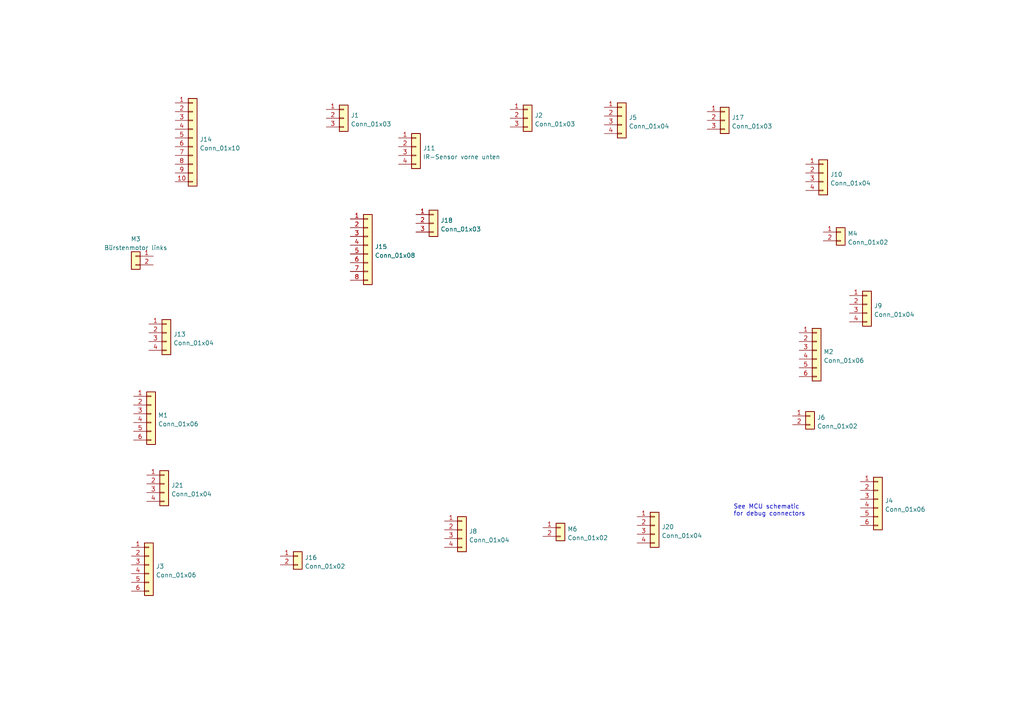
<source format=kicad_sch>
(kicad_sch (version 20211123) (generator eeschema)
  (paper "A4")
  (lib_symbols
    (symbol "Connector_Generic:Conn_01x02" (pin_names (offset 1.016) hide)
      (property "Reference" "J" (at 0 2.54 0))
      (property "Value" "Conn_01x02" (at 0 -5.08 0))
      (symbol "Conn_01x02_1_1"
        (rectangle (start -1.27 -2.413) (end 0 -2.667) (stroke (width 0.1524)))
        (rectangle (start -1.27 0.127) (end 0 -0.127) (stroke (width 0.1524)))
        (rectangle (start -1.27 1.27) (end 1.27 -3.81) (stroke (width 0.254)) (fill (type background)))
        (pin passive line (at -5.08 0 0) (length 3.81) (name "Pin_1") (number "1"))
        (pin passive line (at -5.08 -2.54 0) (length 3.81) (name "Pin_2") (number "2"))
      )
    )
    (symbol "Connector_Generic:Conn_01x03" (pin_names (offset 1.016) hide)
      (property "Reference" "J" (at 0 5.08 0))
      (property "Value" "Conn_01x03" (at 0 -5.08 0))
      (symbol "Conn_01x03_1_1"
        (rectangle (start -1.27 -2.413) (end 0 -2.667) (stroke (width 0.1524)))
        (rectangle (start -1.27 0.127) (end 0 -0.127) (stroke (width 0.1524)))
        (rectangle (start -1.27 2.667) (end 0 2.413) (stroke (width 0.1524)))
        (rectangle (start -1.27 3.81) (end 1.27 -3.81) (stroke (width 0.254)) (fill (type background)))
        (pin passive line (at -5.08 2.54 0) (length 3.81) (name "Pin_1") (number "1"))
        (pin passive line (at -5.08 0 0) (length 3.81) (name "Pin_2") (number "2"))
        (pin passive line (at -5.08 -2.54 0) (length 3.81) (name "Pin_3") (number "3"))
      )
    )
    (symbol "Connector_Generic:Conn_01x04" (pin_names (offset 1.016) hide)
      (property "Reference" "J" (at 0 5.08 0))
      (property "Value" "Conn_01x04" (at 0 -7.62 0))
      (symbol "Conn_01x04_1_1"
        (rectangle (start -1.27 -4.953) (end 0 -5.207) (stroke (width 0.1524)))
        (rectangle (start -1.27 -2.413) (end 0 -2.667) (stroke (width 0.1524)))
        (rectangle (start -1.27 0.127) (end 0 -0.127) (stroke (width 0.1524)))
        (rectangle (start -1.27 2.667) (end 0 2.413) (stroke (width 0.1524)))
        (rectangle (start -1.27 3.81) (end 1.27 -6.35) (stroke (width 0.254)) (fill (type background)))
        (pin passive line (at -5.08 2.54 0) (length 3.81) (name "Pin_1") (number "1"))
        (pin passive line (at -5.08 0 0) (length 3.81) (name "Pin_2") (number "2"))
        (pin passive line (at -5.08 -2.54 0) (length 3.81) (name "Pin_3") (number "3"))
        (pin passive line (at -5.08 -5.08 0) (length 3.81) (name "Pin_4") (number "4"))
      )
    )
    (symbol "Connector_Generic:Conn_01x06" (pin_names (offset 1.016) hide)
      (property "Reference" "J" (at 0 7.62 0))
      (property "Value" "Conn_01x06" (at 0 -10.16 0))
      (symbol "Conn_01x06_1_1"
        (rectangle (start -1.27 -7.493) (end 0 -7.747) (stroke (width 0.1524)))
        (rectangle (start -1.27 -4.953) (end 0 -5.207) (stroke (width 0.1524)))
        (rectangle (start -1.27 -2.413) (end 0 -2.667) (stroke (width 0.1524)))
        (rectangle (start -1.27 0.127) (end 0 -0.127) (stroke (width 0.1524)))
        (rectangle (start -1.27 2.667) (end 0 2.413) (stroke (width 0.1524)))
        (rectangle (start -1.27 5.207) (end 0 4.953) (stroke (width 0.1524)))
        (rectangle (start -1.27 6.35) (end 1.27 -8.89) (stroke (width 0.254)) (fill (type background)))
        (pin passive line (at -5.08 5.08 0) (length 3.81) (name "Pin_1") (number "1"))
        (pin passive line (at -5.08 2.54 0) (length 3.81) (name "Pin_2") (number "2"))
        (pin passive line (at -5.08 0 0) (length 3.81) (name "Pin_3") (number "3"))
        (pin passive line (at -5.08 -2.54 0) (length 3.81) (name "Pin_4") (number "4"))
        (pin passive line (at -5.08 -5.08 0) (length 3.81) (name "Pin_5") (number "5"))
        (pin passive line (at -5.08 -7.62 0) (length 3.81) (name "Pin_6") (number "6"))
      )
    )
    (symbol "Connector_Generic:Conn_01x08" (pin_names (offset 1.016) hide)
      (property "Reference" "J" (at 0 10.16 0))
      (property "Value" "Conn_01x08" (at 0 -12.7 0))
      (symbol "Conn_01x08_1_1"
        (rectangle (start -1.27 -10.033) (end 0 -10.287) (stroke (width 0.1524)))
        (rectangle (start -1.27 -7.493) (end 0 -7.747) (stroke (width 0.1524)))
        (rectangle (start -1.27 -4.953) (end 0 -5.207) (stroke (width 0.1524)))
        (rectangle (start -1.27 -2.413) (end 0 -2.667) (stroke (width 0.1524)))
        (rectangle (start -1.27 0.127) (end 0 -0.127) (stroke (width 0.1524)))
        (rectangle (start -1.27 2.667) (end 0 2.413) (stroke (width 0.1524)))
        (rectangle (start -1.27 5.207) (end 0 4.953) (stroke (width 0.1524)))
        (rectangle (start -1.27 7.747) (end 0 7.493) (stroke (width 0.1524)))
        (rectangle (start -1.27 8.89) (end 1.27 -11.43) (stroke (width 0.254)) (fill (type background)))
        (pin passive line (at -5.08 7.62 0) (length 3.81) (name "Pin_1") (number "1"))
        (pin passive line (at -5.08 5.08 0) (length 3.81) (name "Pin_2") (number "2"))
        (pin passive line (at -5.08 2.54 0) (length 3.81) (name "Pin_3") (number "3"))
        (pin passive line (at -5.08 0 0) (length 3.81) (name "Pin_4") (number "4"))
        (pin passive line (at -5.08 -2.54 0) (length 3.81) (name "Pin_5") (number "5"))
        (pin passive line (at -5.08 -5.08 0) (length 3.81) (name "Pin_6") (number "6"))
        (pin passive line (at -5.08 -7.62 0) (length 3.81) (name "Pin_7") (number "7"))
        (pin passive line (at -5.08 -10.16 0) (length 3.81) (name "Pin_8") (number "8"))
      )
    )
    (symbol "Connector_Generic:Conn_01x10" (pin_names (offset 1.016) hide)
      (property "Reference" "J" (at 0 12.7 0))
      (property "Value" "Conn_01x10" (at 0 -15.24 0))
      (symbol "Conn_01x10_1_1"
        (rectangle (start -1.27 -12.573) (end 0 -12.827) (stroke (width 0.1524)))
        (rectangle (start -1.27 -10.033) (end 0 -10.287) (stroke (width 0.1524)))
        (rectangle (start -1.27 -7.493) (end 0 -7.747) (stroke (width 0.1524)))
        (rectangle (start -1.27 -4.953) (end 0 -5.207) (stroke (width 0.1524)))
        (rectangle (start -1.27 -2.413) (end 0 -2.667) (stroke (width 0.1524)))
        (rectangle (start -1.27 0.127) (end 0 -0.127) (stroke (width 0.1524)))
        (rectangle (start -1.27 2.667) (end 0 2.413) (stroke (width 0.1524)))
        (rectangle (start -1.27 5.207) (end 0 4.953) (stroke (width 0.1524)))
        (rectangle (start -1.27 7.747) (end 0 7.493) (stroke (width 0.1524)))
        (rectangle (start -1.27 10.287) (end 0 10.033) (stroke (width 0.1524)))
        (rectangle (start -1.27 11.43) (end 1.27 -13.97) (stroke (width 0.254)) (fill (type background)))
        (pin passive line (at -5.08 10.16 0) (length 3.81) (name "Pin_1") (number "1"))
        (pin passive line (at -5.08 -12.7 0) (length 3.81) (name "Pin_10") (number "10"))
        (pin passive line (at -5.08 7.62 0) (length 3.81) (name "Pin_2") (number "2"))
        (pin passive line (at -5.08 5.08 0) (length 3.81) (name "Pin_3") (number "3"))
        (pin passive line (at -5.08 2.54 0) (length 3.81) (name "Pin_4") (number "4"))
        (pin passive line (at -5.08 0 0) (length 3.81) (name "Pin_5") (number "5"))
        (pin passive line (at -5.08 -2.54 0) (length 3.81) (name "Pin_6") (number "6"))
        (pin passive line (at -5.08 -5.08 0) (length 3.81) (name "Pin_7") (number "7"))
        (pin passive line (at -5.08 -7.62 0) (length 3.81) (name "Pin_8") (number "8"))
        (pin passive line (at -5.08 -10.16 0) (length 3.81) (name "Pin_9") (number "9"))
      )
    )
  )
  (text "See MCU schematic\nfor debug connectors\n" (at 212.725 149.86 0) (effects (font (size 1.27 1.27)) (justify left bottom)))
  (symbol (lib_id "Connector_Generic:Conn_01x04") (at 47.625 140.335 0) (unit 1)
    (property "Reference" "J21" (at 49.657 140.7703 0) (effects (justify left)))
    (property "Value" "Conn_01x04" (at 49.657 143.3072 0) (effects (justify left)))
  )
  (symbol (lib_id "Connector_Generic:Conn_01x06") (at 43.815 120.015 0) (unit 1)
    (property "Reference" "M1" (at 45.847 120.4503 0) (effects (justify left)))
    (property "Value" "Conn_01x06" (at 45.847 122.9872 0) (effects (justify left)))
  )
  (symbol (lib_id "Connector_Generic:Conn_01x10") (at 55.88 40.005 0) (unit 1)
    (property "Reference" "J14" (at 57.912 40.4403 0) (effects (justify left)))
    (property "Value" "Conn_01x10" (at 57.912 42.9772 0) (effects (justify left)))
  )
  (symbol (lib_id "Connector_Generic:Conn_01x06") (at 236.855 101.6 0) (unit 1)
    (property "Reference" "M2" (at 238.887 102.0353 0) (effects (justify left)))
    (property "Value" "Conn_01x06" (at 238.887 104.5722 0) (effects (justify left)))
  )
  (symbol (lib_id "Connector_Generic:Conn_01x04") (at 120.65 42.545 0) (unit 1)
    (property "Reference" "J11" (at 122.682 42.9803 0) (effects (justify left)))
    (property "Value" "IR-Sensor vorne unten" (at 122.682 45.5172 0) (effects (justify left)))
  )
  (symbol (lib_id "Connector_Generic:Conn_01x02") (at 39.37 74.295 0) (mirror y) (unit 1)
    (property "Reference" "M3" (at 39.37 69.3252 0))
    (property "Value" "Bürstenmotor links" (at 39.37 71.8621 0))
  )
  (symbol (lib_id "Connector_Generic:Conn_01x08") (at 106.68 71.12 0) (unit 1)
    (property "Reference" "J15" (at 108.712 71.5553 0) (effects (justify left)))
    (property "Value" "Conn_01x08" (at 108.712 74.0922 0) (effects (justify left)))
  )
  (symbol (lib_id "Connector_Generic:Conn_01x02") (at 162.56 153.035 0) (unit 1)
    (property "Reference" "M6" (at 164.592 153.4703 0) (effects (justify left)))
    (property "Value" "Conn_01x02" (at 164.592 156.0072 0) (effects (justify left)))
  )
  (symbol (lib_id "Connector_Generic:Conn_01x04") (at 133.985 153.67 0) (unit 1)
    (property "Reference" "J8" (at 136.017 154.1053 0) (effects (justify left)))
    (property "Value" "Conn_01x04" (at 136.017 156.6422 0) (effects (justify left)))
  )
  (symbol (lib_id "Connector_Generic:Conn_01x03") (at 153.035 34.29 0) (unit 1)
    (property "Reference" "J2" (at 155.067 33.4553 0) (effects (justify left)))
    (property "Value" "Conn_01x03" (at 155.067 35.9922 0) (effects (justify left)))
  )
  (symbol (lib_id "Connector_Generic:Conn_01x06") (at 254.635 144.78 0) (unit 1)
    (property "Reference" "J4" (at 256.667 145.2153 0) (effects (justify left)))
    (property "Value" "Conn_01x06" (at 256.667 147.7522 0) (effects (justify left)))
  )
  (symbol (lib_id "Connector_Generic:Conn_01x06") (at 43.18 163.83 0) (unit 1)
    (property "Reference" "J3" (at 45.212 164.2653 0) (effects (justify left)))
    (property "Value" "Conn_01x06" (at 45.212 166.8022 0) (effects (justify left)))
  )
  (symbol (lib_id "Connector_Generic:Conn_01x03") (at 210.185 34.925 0) (unit 1)
    (property "Reference" "J17" (at 212.217 34.0903 0) (effects (justify left)))
    (property "Value" "Conn_01x03" (at 212.217 36.6272 0) (effects (justify left)))
  )
  (symbol (lib_id "Connector_Generic:Conn_01x04") (at 48.26 96.52 0) (unit 1)
    (property "Reference" "J13" (at 50.292 96.9553 0) (effects (justify left)))
    (property "Value" "Conn_01x04" (at 50.292 99.4922 0) (effects (justify left)))
  )
  (symbol (lib_id "Connector_Generic:Conn_01x04") (at 238.76 50.165 0) (unit 1)
    (property "Reference" "J10" (at 240.792 50.6003 0) (effects (justify left)))
    (property "Value" "Conn_01x04" (at 240.792 53.1372 0) (effects (justify left)))
  )
  (symbol (lib_id "Connector_Generic:Conn_01x04") (at 251.46 88.265 0) (unit 1)
    (property "Reference" "J9" (at 253.492 88.7003 0) (effects (justify left)))
    (property "Value" "Conn_01x04" (at 253.492 91.2372 0) (effects (justify left)))
  )
  (symbol (lib_id "Connector_Generic:Conn_01x04") (at 180.34 33.655 0) (unit 1)
    (property "Reference" "J5" (at 182.372 34.0903 0) (effects (justify left)))
    (property "Value" "Conn_01x04" (at 182.372 36.6272 0) (effects (justify left)))
  )
  (symbol (lib_id "Connector_Generic:Conn_01x02") (at 234.95 120.65 0) (unit 1)
    (property "Reference" "J6" (at 236.982 121.0853 0) (effects (justify left)))
    (property "Value" "Conn_01x02" (at 236.982 123.6222 0) (effects (justify left)))
  )
  (symbol (lib_id "Connector_Generic:Conn_01x02") (at 243.84 67.31 0) (unit 1)
    (property "Reference" "M4" (at 245.872 67.7453 0) (effects (justify left)))
    (property "Value" "Conn_01x02" (at 245.872 70.2822 0) (effects (justify left)))
  )
  (symbol (lib_id "Connector_Generic:Conn_01x02") (at 86.36 161.29 0) (unit 1)
    (property "Reference" "J16" (at 88.392 161.7253 0) (effects (justify left)))
    (property "Value" "Conn_01x02" (at 88.392 164.2622 0) (effects (justify left)))
  )
  (symbol (lib_id "Connector_Generic:Conn_01x03") (at 125.73 64.77 0) (unit 1)
    (property "Reference" "J18" (at 127.762 63.9353 0) (effects (justify left)))
    (property "Value" "Conn_01x03" (at 127.762 66.4722 0) (effects (justify left)))
  )
  (symbol (lib_id "Connector_Generic:Conn_01x03") (at 99.695 34.29 0) (unit 1)
    (property "Reference" "J1" (at 101.727 33.4553 0) (effects (justify left)))
    (property "Value" "Conn_01x03" (at 101.727 35.9922 0) (effects (justify left)))
  )
  (symbol (lib_id "Connector_Generic:Conn_01x04") (at 189.865 152.4 0) (unit 1)
    (property "Reference" "J20" (at 191.897 152.8353 0) (effects (justify left)))
    (property "Value" "Conn_01x04" (at 191.897 155.3722 0) (effects (justify left)))
  )
)
</source>
